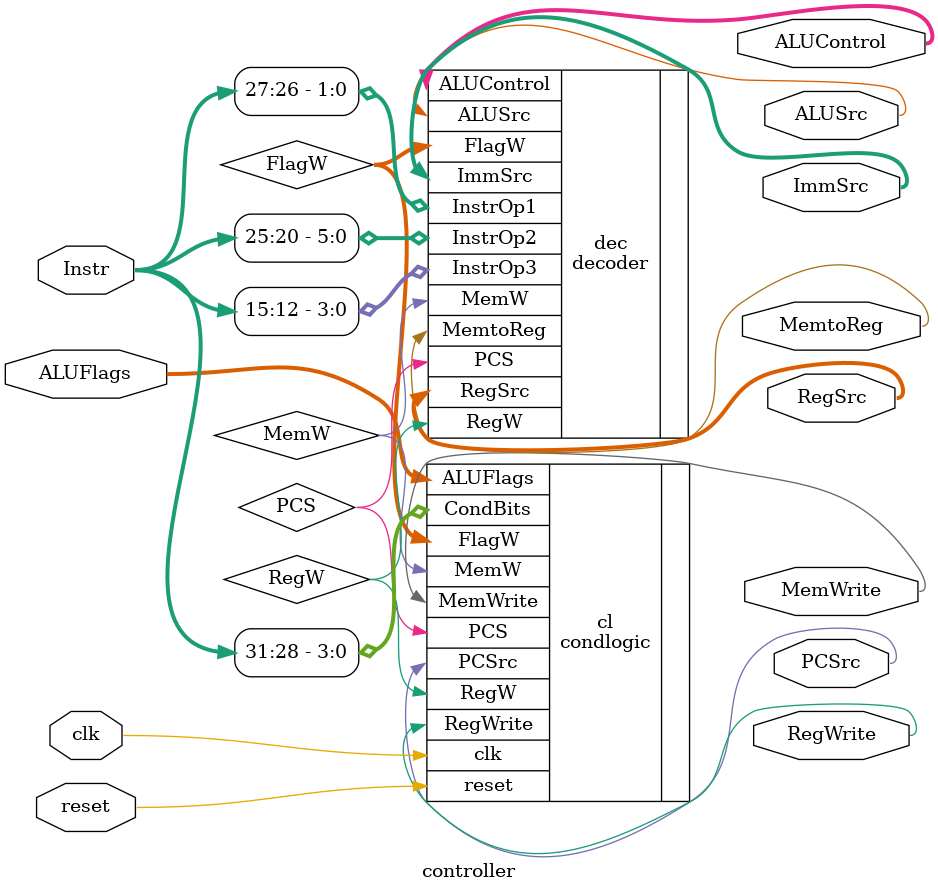
<source format=sv>
module controller (
    // Clock and reset
    input  logic       clk,
    input  logic       reset,

    // Top bits of instruction used for control
    input  logic [31:12] Instr,

    // ALU flags (e.g., zero, carry, etc.)
    input  logic [3:0] ALUFlags,

    // Control outputs
    output logic [1:0] RegSrc,     // Determines which register(s) to read/write
    output logic       RegWrite,   // Enable register file write
    output logic [1:0] ImmSrc,     // Determines the immediate format
    output logic       ALUSrc,     // Selects ALU input source (register or immediate)
    output logic [1:0] ALUControl, // ALU operation control signals
    output logic       MemWrite,   // Enable memory writes
    output logic       MemtoReg,   // Selects data source to write back to register
    output logic       PCSrc       // Determines how the next PC is computed (branch, etc.)
);

    // Internal signals
    logic [1:0] FlagW; // Controls which condition flags to update
    logic        PCS;  // Internal PC-select signal
    logic        RegW; // Internal register-write enable
    logic        MemW; // Internal memory-write enable



//下面的结构和原文不一样，可能会出错
//下面的结构和原文不一样，可能会出错
//下面的结构和原文不一样，可能会出错


    // Decoder module:
    // Decodes certain instruction fields to produce broad control signals
    decoder dec (
        .InstrOp1   (Instr[27:26]), // Example bits from the instruction
        .InstrOp2   (Instr[25:20]),
        .InstrOp3   (Instr[15:12]),
        .FlagW      (FlagW),
        .PCS        (PCS),
        .RegW       (RegW),
        .MemW       (MemW),
        .MemtoReg   (MemtoReg),
        .ALUSrc     (ALUSrc),
        .ImmSrc     (ImmSrc),
        .RegSrc     (RegSrc),
        .ALUControl (ALUControl)
    );

    // Condition logic module:
    // Uses the decoded signals plus the ALU flags to generate final control signals
    condlogic cl (
        .clk       (clk),
        .reset     (reset),
        .CondBits  (Instr[31:28]), // Condition field from instruction
        .ALUFlags  (ALUFlags),
        .FlagW     (FlagW),
        .PCS       (PCS),
        .RegW      (RegW),
        .MemW      (MemW),
        .PCSrc     (PCSrc),
        .RegWrite  (RegWrite),
        .MemWrite  (MemWrite)
    );

endmodule

</source>
